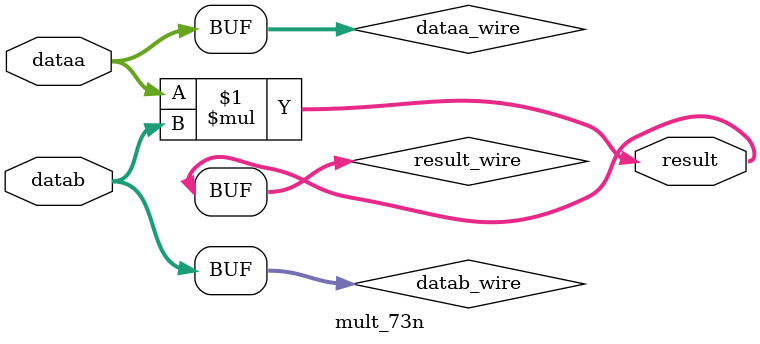
<source format=v>






//synthesis_resources = 
//synopsys translate_off
`timescale 1 ps / 1 ps
//synopsys translate_on
module  mult_73n
	( 
	dataa,
	datab,
	result) /* synthesis synthesis_clearbox=1 */;
	input   [63:0]  dataa;
	input   [63:0]  datab;
	output   [127:0]  result;

	wire signed	[63:0]    dataa_wire;
	wire signed	[63:0]    datab_wire;
	wire signed	[127:0]    result_wire;



	assign dataa_wire = dataa;
	assign datab_wire = datab;
	assign result_wire = dataa_wire * datab_wire;
	assign result = ({result_wire[127:0]});

endmodule //mult_73n
//VALID FILE

</source>
